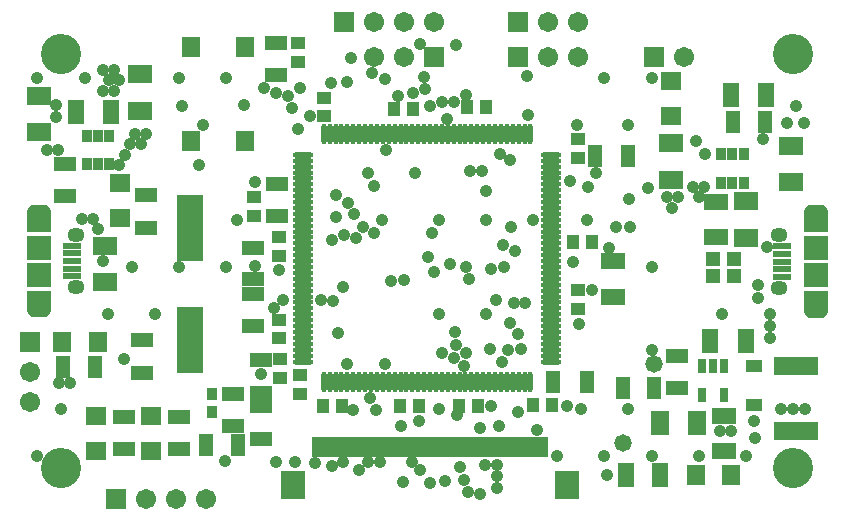
<source format=gts>
G04 Layer_Color=8388736*
%FSLAX44Y44*%
%MOMM*%
G71*
G01*
G75*
%ADD71C,1.4732*%
%ADD72R,1.3032X1.3032*%
%ADD73R,0.7516X1.2016*%
%ADD74R,1.9032X1.1532*%
%ADD75R,0.5080X1.7018*%
%ADD76R,2.0066X2.4130*%
%ADD77R,1.2032X1.1032*%
%ADD78R,0.9032X1.0532*%
%ADD79R,1.6032X1.7032*%
%ADD80R,1.1532X1.9032*%
%ADD81R,2.2032X5.7032*%
%ADD82R,1.5532X0.6032*%
%ADD83R,2.1032X2.0032*%
%ADD84R,1.1032X1.2032*%
%ADD85R,1.3532X2.0032*%
%ADD86R,2.1032X1.5532*%
%ADD87R,2.0032X1.3532*%
%ADD88R,1.7032X1.6032*%
%ADD89R,0.8532X1.1032*%
%ADD90R,1.5532X2.1032*%
%ADD91R,3.7632X1.6032*%
%ADD92R,1.4232X1.1132*%
%ADD93R,1.5032X1.7532*%
%ADD94O,1.7532X0.4532*%
%ADD95O,0.4532X1.7532*%
%ADD96R,2.1032X1.6912*%
%ADD97C,1.7032*%
%ADD98R,1.7032X1.7032*%
%ADD99O,1.4532X1.2532*%
%ADD100O,2.1032X1.4282*%
%ADD101C,3.4032*%
%ADD102R,1.7032X1.7032*%
%ADD103C,1.0432*%
D71*
X1016000Y610750D02*
D03*
X1042500Y677500D02*
D03*
D72*
X1110000Y752750D02*
D03*
Y767000D02*
D03*
X1092000D02*
D03*
Y752750D02*
D03*
D73*
X1101499Y675999D02*
D03*
X1091999D02*
D03*
X1082499D02*
D03*
Y651999D02*
D03*
X1101499D02*
D03*
D74*
X709000Y642250D02*
D03*
Y614250D02*
D03*
Y681500D02*
D03*
Y653500D02*
D03*
X685500Y625500D02*
D03*
Y652500D02*
D03*
X611750Y821250D02*
D03*
Y793250D02*
D03*
X608250Y670250D02*
D03*
Y698250D02*
D03*
X702250Y736750D02*
D03*
Y709750D02*
D03*
X722500Y803000D02*
D03*
Y830000D02*
D03*
X543000Y820250D02*
D03*
Y847250D02*
D03*
X1061500Y684500D02*
D03*
Y657500D02*
D03*
X722000Y949250D02*
D03*
Y922250D02*
D03*
X593500Y605750D02*
D03*
Y632750D02*
D03*
X640250Y605750D02*
D03*
Y632750D02*
D03*
X702250Y749500D02*
D03*
Y776500D02*
D03*
D75*
X754964Y607960D02*
D03*
X760044D02*
D03*
X765124D02*
D03*
X769950D02*
D03*
X775030D02*
D03*
X780110D02*
D03*
X784936D02*
D03*
X790016D02*
D03*
X795096D02*
D03*
X799922D02*
D03*
X805002D02*
D03*
X810082D02*
D03*
X814908D02*
D03*
X819988D02*
D03*
X825068D02*
D03*
X829894D02*
D03*
X834974D02*
D03*
X840054D02*
D03*
X844880D02*
D03*
X849960D02*
D03*
X855040D02*
D03*
X860120D02*
D03*
X864946D02*
D03*
X870026D02*
D03*
X875106D02*
D03*
X879932D02*
D03*
X885012D02*
D03*
X890092D02*
D03*
X894918D02*
D03*
X899998D02*
D03*
X905078D02*
D03*
X909904D02*
D03*
X914984D02*
D03*
X920064D02*
D03*
X924890D02*
D03*
X929970D02*
D03*
X935050D02*
D03*
X939876D02*
D03*
X944956D02*
D03*
X950036D02*
D03*
D76*
X968832Y575448D02*
D03*
X736168D02*
D03*
D77*
X725500Y681750D02*
D03*
Y665750D02*
D03*
X703750Y803000D02*
D03*
Y819000D02*
D03*
X762500Y887500D02*
D03*
Y903500D02*
D03*
X977500Y868000D02*
D03*
Y852000D02*
D03*
X978000Y740500D02*
D03*
Y724500D02*
D03*
X724500Y715500D02*
D03*
Y699500D02*
D03*
Y769500D02*
D03*
Y785500D02*
D03*
X742000Y668500D02*
D03*
Y652500D02*
D03*
X741000Y949250D02*
D03*
Y933250D02*
D03*
D78*
X668250Y637000D02*
D03*
Y652500D02*
D03*
D79*
X571000Y696750D02*
D03*
X541000D02*
D03*
X1077500Y584000D02*
D03*
X1107500D02*
D03*
D80*
X568750Y675500D02*
D03*
X541750D02*
D03*
X992000Y854000D02*
D03*
X1020000D02*
D03*
X957000Y662250D02*
D03*
X985000D02*
D03*
X1135750Y883000D02*
D03*
X1108750D02*
D03*
X1015500Y657500D02*
D03*
X1042500D02*
D03*
X689500Y609000D02*
D03*
X662500D02*
D03*
D81*
X649000Y698250D02*
D03*
Y793250D02*
D03*
D82*
X549625Y778000D02*
D03*
Y771500D02*
D03*
Y765000D02*
D03*
Y758500D02*
D03*
Y752000D02*
D03*
X1150875Y751500D02*
D03*
Y758000D02*
D03*
Y764500D02*
D03*
Y771000D02*
D03*
Y777500D02*
D03*
D83*
X521625Y753500D02*
D03*
Y776500D02*
D03*
X1178875Y776000D02*
D03*
Y753000D02*
D03*
D84*
X939500Y643000D02*
D03*
X955500D02*
D03*
X883500Y895250D02*
D03*
X899500D02*
D03*
X822250Y893750D02*
D03*
X838250D02*
D03*
X973750Y781000D02*
D03*
X989750D02*
D03*
X893000Y642750D02*
D03*
X877000D02*
D03*
X843000D02*
D03*
X827000D02*
D03*
X778000D02*
D03*
X762000D02*
D03*
D85*
X1107250Y905250D02*
D03*
X1137250D02*
D03*
X582750Y891000D02*
D03*
X552750D02*
D03*
X1047000Y584000D02*
D03*
X1018000D02*
D03*
X1119749Y696999D02*
D03*
X1089749D02*
D03*
D86*
X1157750Y831750D02*
D03*
Y862750D02*
D03*
X1056750Y833750D02*
D03*
Y864750D02*
D03*
X1119750Y815500D02*
D03*
Y784500D02*
D03*
X577000Y778000D02*
D03*
Y747000D02*
D03*
X606500Y923250D02*
D03*
Y892250D02*
D03*
X521000Y874000D02*
D03*
Y905000D02*
D03*
D87*
X1094500Y815250D02*
D03*
Y785250D02*
D03*
X1101500Y634250D02*
D03*
Y604250D02*
D03*
X1007500Y735000D02*
D03*
Y765000D02*
D03*
D88*
X1056750Y887750D02*
D03*
Y917750D02*
D03*
X589750Y801500D02*
D03*
Y831500D02*
D03*
X569750Y604250D02*
D03*
Y634250D02*
D03*
X616500Y604250D02*
D03*
Y634250D02*
D03*
D89*
X1099000Y831500D02*
D03*
X1108500D02*
D03*
X1118000D02*
D03*
Y855500D02*
D03*
X1108500D02*
D03*
X1099000D02*
D03*
X580750Y871250D02*
D03*
X571250D02*
D03*
X561750D02*
D03*
Y847250D02*
D03*
X571250D02*
D03*
X580750D02*
D03*
D90*
X1078250Y627750D02*
D03*
X1047250D02*
D03*
D91*
X1161999Y676049D02*
D03*
Y621449D02*
D03*
D92*
X1126750Y676100D02*
D03*
Y643400D02*
D03*
D93*
X650500Y866500D02*
D03*
X695500D02*
D03*
X650500Y946000D02*
D03*
X695500D02*
D03*
D94*
X955250Y695000D02*
D03*
Y855000D02*
D03*
Y850000D02*
D03*
Y845000D02*
D03*
Y840000D02*
D03*
Y835000D02*
D03*
Y830000D02*
D03*
Y825000D02*
D03*
Y820000D02*
D03*
Y815000D02*
D03*
Y810000D02*
D03*
Y805000D02*
D03*
Y800000D02*
D03*
Y795000D02*
D03*
Y790000D02*
D03*
Y785000D02*
D03*
Y780000D02*
D03*
Y775000D02*
D03*
Y770000D02*
D03*
Y765000D02*
D03*
Y760000D02*
D03*
Y755000D02*
D03*
Y750000D02*
D03*
Y745000D02*
D03*
Y740000D02*
D03*
Y735000D02*
D03*
Y730000D02*
D03*
Y725000D02*
D03*
Y720000D02*
D03*
Y715000D02*
D03*
Y710000D02*
D03*
Y705000D02*
D03*
Y700000D02*
D03*
Y690000D02*
D03*
Y685000D02*
D03*
Y680000D02*
D03*
X744750D02*
D03*
Y685000D02*
D03*
Y690000D02*
D03*
Y695000D02*
D03*
Y700000D02*
D03*
Y705000D02*
D03*
Y710000D02*
D03*
Y715000D02*
D03*
Y720000D02*
D03*
Y725000D02*
D03*
Y730000D02*
D03*
Y735000D02*
D03*
Y740000D02*
D03*
Y745000D02*
D03*
Y750000D02*
D03*
Y755000D02*
D03*
Y760000D02*
D03*
Y765000D02*
D03*
Y770000D02*
D03*
Y775000D02*
D03*
Y780000D02*
D03*
Y785000D02*
D03*
Y790000D02*
D03*
Y795000D02*
D03*
Y800000D02*
D03*
Y805000D02*
D03*
Y810000D02*
D03*
Y815000D02*
D03*
Y820000D02*
D03*
Y825000D02*
D03*
Y830000D02*
D03*
Y835000D02*
D03*
Y840000D02*
D03*
Y845000D02*
D03*
Y850000D02*
D03*
Y855000D02*
D03*
D95*
X762500Y872750D02*
D03*
X767500D02*
D03*
X772500D02*
D03*
X777500D02*
D03*
X782500D02*
D03*
X787500D02*
D03*
X792500D02*
D03*
X797500D02*
D03*
X802500D02*
D03*
X807500D02*
D03*
X812500D02*
D03*
X817500D02*
D03*
X822500D02*
D03*
X827500D02*
D03*
X832500D02*
D03*
X837500D02*
D03*
X842500D02*
D03*
X847500D02*
D03*
X852500D02*
D03*
X857500D02*
D03*
X862500D02*
D03*
X867500D02*
D03*
X872500D02*
D03*
X877500D02*
D03*
X882500D02*
D03*
X887500D02*
D03*
X892500D02*
D03*
X897500D02*
D03*
X902500D02*
D03*
X907500D02*
D03*
X912500D02*
D03*
X917500D02*
D03*
X922500D02*
D03*
X927500D02*
D03*
X932500D02*
D03*
X937500D02*
D03*
Y662250D02*
D03*
X932500D02*
D03*
X927500D02*
D03*
X922500D02*
D03*
X917500D02*
D03*
X912500D02*
D03*
X907500D02*
D03*
X902500D02*
D03*
X897500D02*
D03*
X892500D02*
D03*
X887500D02*
D03*
X882500D02*
D03*
X877500D02*
D03*
X872500D02*
D03*
X867500D02*
D03*
X862500D02*
D03*
X857500D02*
D03*
X852500D02*
D03*
X847500D02*
D03*
X842500D02*
D03*
X837500D02*
D03*
X832500D02*
D03*
X827500D02*
D03*
X822500D02*
D03*
X817500D02*
D03*
X812500D02*
D03*
X807500D02*
D03*
X802500D02*
D03*
X797500D02*
D03*
X792500D02*
D03*
X787500D02*
D03*
X782500D02*
D03*
X777500D02*
D03*
X772500D02*
D03*
X767500D02*
D03*
X762500D02*
D03*
D96*
X521625Y731560D02*
D03*
X521625Y798440D02*
D03*
X1178875Y797940D02*
D03*
X1178875Y731060D02*
D03*
D97*
X977800Y937500D02*
D03*
X952400D02*
D03*
X514000Y671350D02*
D03*
Y645950D02*
D03*
X663200Y564000D02*
D03*
X637800D02*
D03*
X612400D02*
D03*
X855700Y967500D02*
D03*
X830300D02*
D03*
X804900D02*
D03*
X805200Y937500D02*
D03*
X830600D02*
D03*
X952400Y967500D02*
D03*
X977800D02*
D03*
X1067900Y937500D02*
D03*
D98*
X927000D02*
D03*
X586250Y564000D02*
D03*
X779500Y967500D02*
D03*
X856000Y937500D02*
D03*
X927000Y967500D02*
D03*
X1042500Y937500D02*
D03*
D99*
X552875Y742750D02*
D03*
Y787250D02*
D03*
X1147625Y786750D02*
D03*
Y742250D02*
D03*
D100*
X521625Y724125D02*
D03*
Y805875D02*
D03*
X1178875Y805375D02*
D03*
Y723625D02*
D03*
D101*
X1160000Y590000D02*
D03*
Y940000D02*
D03*
X540000D02*
D03*
Y590000D02*
D03*
D102*
X514000Y696750D02*
D03*
D103*
X894650Y568073D02*
D03*
X898750Y592750D02*
D03*
X908750Y582750D02*
D03*
X800015Y595002D02*
D03*
X1162000Y896000D02*
D03*
X1169000Y882000D02*
D03*
X1155000D02*
D03*
X1134000Y868000D02*
D03*
X781750Y677750D02*
D03*
X806500Y639250D02*
D03*
X679250Y595500D02*
D03*
X976750Y880500D02*
D03*
X1037250Y827250D02*
D03*
X1077500Y867000D02*
D03*
X547750Y662000D02*
D03*
X538500D02*
D03*
X769000Y916000D02*
D03*
X725011Y757260D02*
D03*
X773000Y802500D02*
D03*
X770513Y731259D02*
D03*
X778764Y742759D02*
D03*
X760500Y732250D02*
D03*
X727761Y731759D02*
D03*
X774500Y704500D02*
D03*
X769263Y783011D02*
D03*
X883269Y759760D02*
D03*
X1120000Y600000D02*
D03*
X1100000Y720000D02*
D03*
X1080000Y600000D02*
D03*
X1040000Y920000D02*
D03*
Y760000D02*
D03*
Y600000D02*
D03*
X1000000Y920000D02*
D03*
X1020000Y880000D02*
D03*
Y640000D02*
D03*
X1000000Y600000D02*
D03*
X980000Y640000D02*
D03*
X960000Y600000D02*
D03*
X940000Y800000D02*
D03*
X900000D02*
D03*
Y720000D02*
D03*
X840000Y840000D02*
D03*
X860000Y800000D02*
D03*
Y720000D02*
D03*
Y640000D02*
D03*
X800000Y840000D02*
D03*
X680000Y920000D02*
D03*
Y760000D02*
D03*
X640000Y920000D02*
D03*
X660000Y880000D02*
D03*
X640000Y760000D02*
D03*
X600000D02*
D03*
X620000Y720000D02*
D03*
X560000Y920000D02*
D03*
X580000Y720000D02*
D03*
X520000Y920000D02*
D03*
X540000Y640000D02*
D03*
X520000Y600000D02*
D03*
X769250Y591500D02*
D03*
X779000Y594750D02*
D03*
X792014Y588252D02*
D03*
X837016Y594752D02*
D03*
X844267Y587752D02*
D03*
X755500Y594250D02*
D03*
X738512Y595002D02*
D03*
X720250Y725250D02*
D03*
X934500Y921750D02*
D03*
X935250Y888500D02*
D03*
X844017Y948770D02*
D03*
X825000Y904500D02*
D03*
X852517Y896017D02*
D03*
X803086Y924300D02*
D03*
X804765Y829014D02*
D03*
X815515Y859265D02*
D03*
X814015Y919268D02*
D03*
X782550Y916804D02*
D03*
X985774Y800012D02*
D03*
X986500Y828000D02*
D03*
X1003775Y776511D02*
D03*
X1010275Y794012D02*
D03*
X1021750Y794000D02*
D03*
X537520Y859250D02*
D03*
X558000Y801001D02*
D03*
X528250Y859250D02*
D03*
X709000Y669500D02*
D03*
X1140001Y720000D02*
D03*
Y710000D02*
D03*
Y700000D02*
D03*
X580500Y918001D02*
D03*
X576001Y909001D02*
D03*
X585000Y927001D02*
D03*
X576001D02*
D03*
X585000Y909001D02*
D03*
X589501Y918001D02*
D03*
X576001Y765001D02*
D03*
X567001Y801001D02*
D03*
X571501Y792001D02*
D03*
X704250Y760500D02*
D03*
X971000Y833000D02*
D03*
X992774Y839764D02*
D03*
X1129750Y744750D02*
D03*
X1137500Y777000D02*
D03*
X1129750Y733750D02*
D03*
X814750Y678250D02*
D03*
X785250Y936750D02*
D03*
X862250Y687500D02*
D03*
X819516Y748010D02*
D03*
X830240Y749260D02*
D03*
X811500Y800000D02*
D03*
X772763Y821263D02*
D03*
X805250Y788750D02*
D03*
X789500Y784250D02*
D03*
X885250Y749750D02*
D03*
X914770Y760213D02*
D03*
X904270Y758510D02*
D03*
X924250Y773250D02*
D03*
X850750Y768250D02*
D03*
X869250Y762500D02*
D03*
X711750Y911200D02*
D03*
X722250Y907750D02*
D03*
X989500Y740500D02*
D03*
X751250Y887750D02*
D03*
X1002000Y583750D02*
D03*
X1085500Y855500D02*
D03*
X1040001Y690000D02*
D03*
X1170001Y640000D02*
D03*
X1160001D02*
D03*
X1150001D02*
D03*
X704000Y832000D02*
D03*
X838250Y907250D02*
D03*
X978250Y711500D02*
D03*
X536000Y886750D02*
D03*
Y897500D02*
D03*
X1127000Y629500D02*
D03*
X1127250Y615250D02*
D03*
X695259Y897517D02*
D03*
X688750Y800000D02*
D03*
X795500Y793500D02*
D03*
X856250Y755750D02*
D03*
X920750Y793500D02*
D03*
X914270Y778511D02*
D03*
X642500Y896000D02*
D03*
X740750Y877000D02*
D03*
X735250Y894250D02*
D03*
X732261Y905017D02*
D03*
X742512Y911768D02*
D03*
X843000Y629250D02*
D03*
X873250Y705250D02*
D03*
X874500Y694000D02*
D03*
X847767Y920768D02*
D03*
X866518Y885266D02*
D03*
X863000Y900000D02*
D03*
X848517Y910768D02*
D03*
X883000Y905500D02*
D03*
X873000Y900000D02*
D03*
X968750Y642250D02*
D03*
X1020525Y817263D02*
D03*
X657000Y846000D02*
D03*
X782648Y814293D02*
D03*
X787764Y805262D02*
D03*
X779250Y787250D02*
D03*
X904250Y642750D02*
D03*
X927250Y637500D02*
D03*
X828250Y625750D02*
D03*
X722000Y595000D02*
D03*
X886250Y841250D02*
D03*
X896250D02*
D03*
X911750Y856000D02*
D03*
X920520Y850515D02*
D03*
X900250Y824500D02*
D03*
X874500Y948000D02*
D03*
X943022Y622004D02*
D03*
X910750Y625500D02*
D03*
X973250Y764250D02*
D03*
X933250Y729250D02*
D03*
X881519Y676408D02*
D03*
X873018Y682757D02*
D03*
X882750Y687250D02*
D03*
X923250Y729250D02*
D03*
X903270Y691007D02*
D03*
X913770Y679256D02*
D03*
X918520Y689507D02*
D03*
X919771Y712508D02*
D03*
X929750Y690250D02*
D03*
X927250Y703000D02*
D03*
X908000Y731750D02*
D03*
X593750Y682500D02*
D03*
X852750Y577500D02*
D03*
X830000Y578000D02*
D03*
X810000Y594750D02*
D03*
X908750Y592750D02*
D03*
Y572500D02*
D03*
X881269Y579501D02*
D03*
X865500Y579250D02*
D03*
X875518Y634504D02*
D03*
X895000Y623500D02*
D03*
X787500Y639000D02*
D03*
X801265Y649505D02*
D03*
X854250Y789000D02*
D03*
X589501Y846001D02*
D03*
X594001Y855001D02*
D03*
X598501Y864001D02*
D03*
X607500D02*
D03*
X603000Y873001D02*
D03*
X612001D02*
D03*
X1057501Y810001D02*
D03*
X1053001Y819001D02*
D03*
X1062001D02*
D03*
X1075501Y828001D02*
D03*
X1080001Y819001D02*
D03*
X1084501Y828001D02*
D03*
X1098001Y621001D02*
D03*
X1107001D02*
D03*
X877500Y590750D02*
D03*
X884750Y569570D02*
D03*
M02*

</source>
